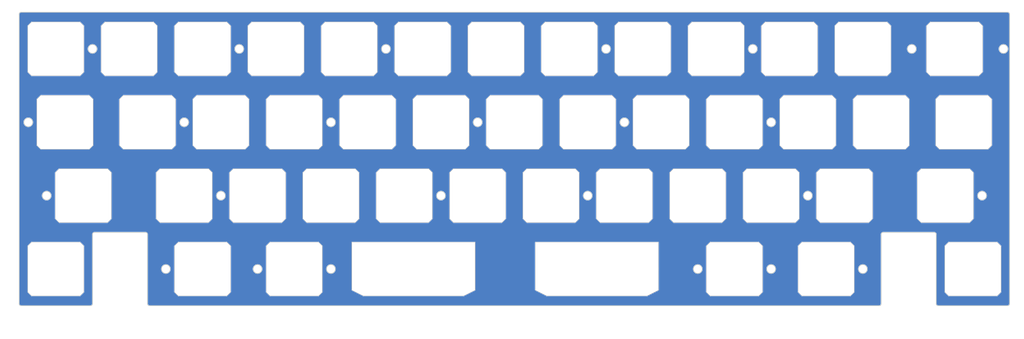
<source format=kicad_pcb>
(kicad_pcb (version 20221018) (generator pcbnew)
  (layers (0 "F.Cu" signal) (31 "B.Cu" signal) (34 "B.Paste" user) (35 "F.Paste" user) (36 "B.SilkS" user "B.Silkscreen") (37 "F.SilkS" user "F.Silkscreen") (38 "B.Mask" user) (39 "F.Mask" user) (44 "Edge.Cuts" user))
  (net 0 "")
  (net 1 "GND")
  (footprint "cipulot_parts:ecs_plate_cut_1U" (layer "F.Cu") (at 26.9875 91.28125)
    (fp_text reference "REF**")
    (fp_text value "Value " hide)
    (fp_line (start -7.3 -6) (end -7.3 6) (stroke (width 0.12)) (layer "Edge.Cuts"))
    (fp_line (start -7.3 6) (end -6.3 7) (stroke (width 0.12)) (layer "Edge.Cuts"))
    (fp_line (start -6.3 -7) (end -7.3 -6) (stroke (width 0.12)) (layer "Edge.Cuts"))
    (fp_line (start -6.3 7) (end 6.3 7) (stroke (width 0.12)) (layer "Edge.Cuts"))
    (fp_line (start 6.3 -7) (end -6.3 -7) (stroke (width 0.12)) (layer "Edge.Cuts"))
    (fp_line (start 6.3 -7) (end 7.3 -6) (stroke (width 0.12)) (layer "Edge.Cuts"))
    (fp_line (start 6.3 7) (end 7.3 6) (stroke (width 0.12)) (layer "Edge.Cuts"))
    (fp_line (start 7.3 6) (end 7.3 -6) (stroke (width 0.12)) (layer "Edge.Cuts"))
  )
  (footprint "cipulot_parts:ecs_plate_cut_1U" (layer "F.Cu") (at 136.525 72.23125)
    (fp_text reference "REF**")
    (fp_text value "Value " hide)
    (fp_line (start -7.3 -6) (end -7.3 6) (stroke (width 0.12)) (layer "Edge.Cuts"))
    (fp_line (start -7.3 6) (end -6.3 7) (stroke (width 0.12)) (layer "Edge.Cuts"))
    (fp_line (start -6.3 -7) (end -7.3 -6) (stroke (width 0.12)) (layer "Edge.Cuts"))
    (fp_line (start -6.3 7) (end 6.3 7) (stroke (width 0.12)) (layer "Edge.Cuts"))
    (fp_line (start 6.3 -7) (end -6.3 -7) (stroke (width 0.12)) (layer "Edge.Cuts"))
    (fp_line (start 6.3 -7) (end 7.3 -6) (stroke (width 0.12)) (layer "Edge.Cuts"))
    (fp_line (start 6.3 7) (end 7.3 6) (stroke (width 0.12)) (layer "Edge.Cuts"))
    (fp_line (start 7.3 6) (end 7.3 -6) (stroke (width 0.12)) (layer "Edge.Cuts"))
  )
  (footprint "cipulot_parts:ecs_plate_cut_1U" (layer "F.Cu") (at 262.73125 53.18125)
    (fp_text reference "REF**")
    (fp_text value "Value " hide)
    (fp_line (start -7.3 -6) (end -7.3 6) (stroke (width 0.12)) (layer "Edge.Cuts"))
    (fp_line (start -7.3 6) (end -6.3 7) (stroke (width 0.12)) (layer "Edge.Cuts"))
    (fp_line (start -6.3 -7) (end -7.3 -6) (stroke (width 0.12)) (layer "Edge.Cuts"))
    (fp_line (start -6.3 7) (end 6.3 7) (stroke (width 0.12)) (layer "Edge.Cuts"))
    (fp_line (start 6.3 -7) (end -6.3 -7) (stroke (width 0.12)) (layer "Edge.Cuts"))
    (fp_line (start 6.3 -7) (end 7.3 -6) (stroke (width 0.12)) (layer "Edge.Cuts"))
    (fp_line (start 6.3 7) (end 7.3 6) (stroke (width 0.12)) (layer "Edge.Cuts"))
    (fp_line (start 7.3 6) (end 7.3 -6) (stroke (width 0.12)) (layer "Edge.Cuts"))
  )
  (footprint "cipulot_parts:ecs_plate_cut_1U" (layer "F.Cu") (at 146.05 53.18125)
    (fp_text reference "REF**")
    (fp_text value "Value " hide)
    (fp_line (start -7.3 -6) (end -7.3 6) (stroke (width 0.12)) (layer "Edge.Cuts"))
    (fp_line (start -7.3 6) (end -6.3 7) (stroke (width 0.12)) (layer "Edge.Cuts"))
    (fp_line (start -6.3 -7) (end -7.3 -6) (stroke (width 0.12)) (layer "Edge.Cuts"))
    (fp_line (start -6.3 7) (end 6.3 7) (stroke (width 0.12)) (layer "Edge.Cuts"))
    (fp_line (start 6.3 -7) (end -6.3 -7) (stroke (width 0.12)) (layer "Edge.Cuts"))
    (fp_line (start 6.3 -7) (end 7.3 -6) (stroke (width 0.12)) (layer "Edge.Cuts"))
    (fp_line (start 6.3 7) (end 7.3 6) (stroke (width 0.12)) (layer "Edge.Cuts"))
    (fp_line (start 7.3 6) (end 7.3 -6) (stroke (width 0.12)) (layer "Edge.Cuts"))
  )
  (footprint "cipulot_parts:ecs_plate_cut_1U" (layer "F.Cu") (at 88.9 91.28125)
    (fp_text reference "REF**")
    (fp_text value "Value " hide)
    (fp_line (start -7.3 -6) (end -7.3 6) (stroke (width 0.12)) (layer "Edge.Cuts"))
    (fp_line (start -7.3 6) (end -6.3 7) (stroke (width 0.12)) (layer "Edge.Cuts"))
    (fp_line (start -6.3 -7) (end -7.3 -6) (stroke (width 0.12)) (layer "Edge.Cuts"))
    (fp_line (start -6.3 7) (end 6.3 7) (stroke (width 0.12)) (layer "Edge.Cuts"))
    (fp_line (start 6.3 -7) (end -6.3 -7) (stroke (width 0.12)) (layer "Edge.Cuts"))
    (fp_line (start 6.3 -7) (end 7.3 -6) (stroke (width 0.12)) (layer "Edge.Cuts"))
    (fp_line (start 6.3 7) (end 7.3 6) (stroke (width 0.12)) (layer "Edge.Cuts"))
    (fp_line (start 7.3 6) (end 7.3 -6) (stroke (width 0.12)) (layer "Edge.Cuts"))
  )
  (footprint "cipulot_parts:ecs_plate_cut_1U" (layer "F.Cu") (at 46.0375 34.13125)
    (fp_text reference "REF**")
    (fp_text value "Value " hide)
    (fp_line (start -7.3 -6) (end -7.3 6) (stroke (width 0.12)) (layer "Edge.Cuts"))
    (fp_line (start -7.3 6) (end -6.3 7) (stroke (width 0.12)) (layer "Edge.Cuts"))
    (fp_line (start -6.3 -7) (end -7.3 -6) (stroke (width 0.12)) (layer "Edge.Cuts"))
    (fp_line (start -6.3 7) (end 6.3 7) (stroke (width 0.12)) (layer "Edge.Cuts"))
    (fp_line (start 6.3 -7) (end -6.3 -7) (stroke (width 0.12)) (layer "Edge.Cuts"))
    (fp_line (start 6.3 -7) (end 7.3 -6) (stroke (width 0.12)) (layer "Edge.Cuts"))
    (fp_line (start 6.3 7) (end 7.3 6) (stroke (width 0.12)) (layer "Edge.Cuts"))
    (fp_line (start 7.3 6) (end 7.3 -6) (stroke (width 0.12)) (layer "Edge.Cuts"))
  )
  (footprint "cipulot_parts:ecs_plate_cut_1U" (layer "F.Cu") (at 79.375 72.23125)
    (fp_text reference "REF**")
    (fp_text value "Value " hide)
    (fp_line (start -7.3 -6) (end -7.3 6) (stroke (width 0.12)) (layer "Edge.Cuts"))
    (fp_line (start -7.3 6) (end -6.3 7) (stroke (width 0.12)) (layer "Edge.Cuts"))
    (fp_line (start -6.3 -7) (end -7.3 -6) (stroke (width 0.12)) (layer "Edge.Cuts"))
    (fp_line (start -6.3 7) (end 6.3 7) (stroke (width 0.12)) (layer "Edge.Cuts"))
    (fp_line (start 6.3 -7) (end -6.3 -7) (stroke (width 0.12)) (layer "Edge.Cuts"))
    (fp_line (start 6.3 -7) (end 7.3 -6) (stroke (width 0.12)) (layer "Edge.Cuts"))
    (fp_line (start 6.3 7) (end 7.3 6) (stroke (width 0.12)) (layer "Edge.Cuts"))
    (fp_line (start 7.3 6) (end 7.3 -6) (stroke (width 0.12)) (layer "Edge.Cuts"))
  )
  (footprint "cipulot_parts:ecs_plate_cut_1U" (layer "F.Cu") (at 88.9 53.18125)
    (fp_text reference "REF**")
    (fp_text value "Value " hide)
    (fp_line (start -7.3 -6) (end -7.3 6) (stroke (width 0.12)) (layer "Edge.Cuts"))
    (fp_line (start -7.3 6) (end -6.3 7) (stroke (width 0.12)) (layer "Edge.Cuts"))
    (fp_line (start -6.3 -7) (end -7.3 -6) (stroke (width 0.12)) (layer "Edge.Cuts"))
    (fp_line (start -6.3 7) (end 6.3 7) (stroke (width 0.12)) (layer "Edge.Cuts"))
    (fp_line (start 6.3 -7) (end -6.3 -7) (stroke (width 0.12)) (layer "Edge.Cuts"))
    (fp_line (start 6.3 -7) (end 7.3 -6) (stroke (width 0.12)) (layer "Edge.Cuts"))
    (fp_line (start 6.3 7) (end 7.3 6) (stroke (width 0.12)) (layer "Edge.Cuts"))
    (fp_line (start 7.3 6) (end 7.3 -6) (stroke (width 0.12)) (layer "Edge.Cuts"))
  )
  (footprint "cipulot_parts:ecs_plate_cut_1U" (layer "F.Cu") (at 260.35 34.13125)
    (fp_text reference "REF**")
    (fp_text value "Value " hide)
    (fp_line (start -7.3 -6) (end -7.3 6) (stroke (width 0.12)) (layer "Edge.Cuts"))
    (fp_line (start -7.3 6) (end -6.3 7) (stroke (width 0.12)) (layer "Edge.Cuts"))
    (fp_line (start -6.3 -7) (end -7.3 -6) (stroke (width 0.12)) (layer "Edge.Cuts"))
    (fp_line (start -6.3 7) (end 6.3 7) (stroke (width 0.12)) (layer "Edge.Cuts"))
    (fp_line (start 6.3 -7) (end -6.3 -7) (stroke (width 0.12)) (layer "Edge.Cuts"))
    (fp_line (start 6.3 -7) (end 7.3 -6) (stroke (width 0.12)) (layer "Edge.Cuts"))
    (fp_line (start 6.3 7) (end 7.3 6) (stroke (width 0.12)) (layer "Edge.Cuts"))
    (fp_line (start 7.3 6) (end 7.3 -6) (stroke (width 0.12)) (layer "Edge.Cuts"))
  )
  (footprint "cipulot_parts:ecs_plate_cut_1U" (layer "F.Cu") (at 127 53.18125)
    (fp_text reference "REF**")
    (fp_text value "Value " hide)
    (fp_line (start -7.3 -6) (end -7.3 6) (stroke (width 0.12)) (layer "Edge.Cuts"))
    (fp_line (start -7.3 6) (end -6.3 7) (stroke (width 0.12)) (layer "Edge.Cuts"))
    (fp_line (start -6.3 -7) (end -7.3 -6) (stroke (width 0.12)) (layer "Edge.Cuts"))
    (fp_line (start -6.3 7) (end 6.3 7) (stroke (width 0.12)) (layer "Edge.Cuts"))
    (fp_line (start 6.3 -7) (end -6.3 -7) (stroke (width 0.12)) (layer "Edge.Cuts"))
    (fp_line (start 6.3 -7) (end 7.3 -6) (stroke (width 0.12)) (layer "Edge.Cuts"))
    (fp_line (start 6.3 7) (end 7.3 6) (stroke (width 0.12)) (layer "Edge.Cuts"))
    (fp_line (start 7.3 6) (end 7.3 -6) (stroke (width 0.12)) (layer "Edge.Cuts"))
  )
  (footprint "cipulot_parts:ecs_plate_cut_1U" (layer "F.Cu") (at 198.4375 34.13125)
    (fp_text reference "REF**")
    (fp_text value "Value " hide)
    (fp_line (start -7.3 -6) (end -7.3 6) (stroke (width 0.12)) (layer "Edge.Cuts"))
    (fp_line (start -7.3 6) (end -6.3 7) (stroke (width 0.12)) (layer "Edge.Cuts"))
    (fp_line (start -6.3 -7) (end -7.3 -6) (stroke (width 0.12)) (layer "Edge.Cuts"))
    (fp_line (start -6.3 7) (end 6.3 7) (stroke (width 0.12)) (layer "Edge.Cuts"))
    (fp_line (start 6.3 -7) (end -6.3 -7) (stroke (width 0.12)) (layer "Edge.Cuts"))
    (fp_line (start 6.3 -7) (end 7.3 -6) (stroke (width 0.12)) (layer "Edge.Cuts"))
    (fp_line (start 6.3 7) (end 7.3 6) (stroke (width 0.12)) (layer "Edge.Cuts"))
    (fp_line (start 7.3 6) (end 7.3 -6) (stroke (width 0.12)) (layer "Edge.Cuts"))
  )
  (footprint "cipulot_parts:ecs_plate_cut_1U" (layer "F.Cu") (at 203.2 53.18125)
    (fp_text reference "REF**")
    (fp_text value "Value " hide)
    (fp_line (start -7.3 -6) (end -7.3 6) (stroke (width 0.12)) (layer "Edge.Cuts"))
    (fp_line (start -7.3 6) (end -6.3 7) (stroke (width 0.12)) (layer "Edge.Cuts"))
    (fp_line (start -6.3 -7) (end -7.3 -6) (stroke (width 0.12)) (layer "Edge.Cuts"))
    (fp_line (start -6.3 7) (end 6.3 7) (stroke (width 0.12)) (layer "Edge.Cuts"))
    (fp_line (start 6.3 -7) (end -6.3 -7) (stroke (width 0.12)) (layer "Edge.Cuts"))
    (fp_line (start 6.3 -7) (end 7.3 -6) (stroke (width 0.12)) (layer "Edge.Cuts"))
    (fp_line (start 6.3 7) (end 7.3 6) (stroke (width 0.12)) (layer "Edge.Cuts"))
    (fp_line (start 7.3 6) (end 7.3 -6) (stroke (width 0.12)) (layer "Edge.Cuts"))
  )
  (footprint "cipulot_parts:ecs_plate_cut_1U" (layer "F.Cu") (at 165.1 53.18125)
    (fp_text reference "REF**")
    (fp_text value "Value " hide)
    (fp_line (start -7.3 -6) (end -7.3 6) (stroke (width 0.12)) (layer "Edge.Cuts"))
    (fp_line (start -7.3 6) (end -6.3 7) (stroke (width 0.12)) (layer "Edge.Cuts"))
    (fp_line (start -6.3 -7) (end -7.3 -6) (stroke (width 0.12)) (layer "Edge.Cuts"))
    (fp_line (start -6.3 7) (end 6.3 7) (stroke (width 0.12)) (layer "Edge.Cuts"))
    (fp_line (start 6.3 -7) (end -6.3 -7) (stroke (width 0.12)) (layer "Edge.Cuts"))
    (fp_line (start 6.3 -7) (end 7.3 -6) (stroke (width 0.12)) (layer "Edge.Cuts"))
    (fp_line (start 6.3 7) (end 7.3 6) (stroke (width 0.12)) (layer "Edge.Cuts"))
    (fp_line (start 7.3 6) (end 7.3 -6) (stroke (width 0.12)) (layer "Edge.Cuts"))
  )
  (footprint "cipulot_parts:ecs_plate_cut_1U" (layer "F.Cu") (at 217.4875 34.13125)
    (fp_text reference "REF**")
    (fp_text value "Value " hide)
    (fp_line (start -7.3 -6) (end -7.3 6) (stroke (width 0.12)) (layer "Edge.Cuts"))
    (fp_line (start -7.3 6) (end -6.3 7) (stroke (width 0.12)) (layer "Edge.Cuts"))
    (fp_line (start -6.3 -7) (end -7.3 -6) (stroke (width 0.12)) (layer "Edge.Cuts"))
    (fp_line (start -6.3 7) (end 6.3 7) (stroke (width 0.12)) (layer "Edge.Cuts"))
    (fp_line (start 6.3 -7) (end -6.3 -7) (stroke (width 0.12)) (layer "Edge.Cuts"))
    (fp_line (start 6.3 -7) (end 7.3 -6) (stroke (width 0.12)) (layer "Edge.Cuts"))
    (fp_line (start 6.3 7) (end 7.3 6) (stroke (width 0.12)) (layer "Edge.Cuts"))
    (fp_line (start 7.3 6) (end 7.3 -6) (stroke (width 0.12)) (layer "Edge.Cuts"))
  )
  (footprint "cipulot_parts:ecs_plate_cut_1U" (layer "F.Cu") (at 117.475 72.23125)
    (fp_text reference "REF**")
    (fp_text value "Value " hide)
    (fp_line (start -7.3 -6) (end -7.3 6) (stroke (width 0.12)) (layer "Edge.Cuts"))
    (fp_line (start -7.3 6) (end -6.3 7) (stroke (width 0.12)) (layer "Edge.Cuts"))
    (fp_line (start -6.3 -7) (end -7.3 -6) (stroke (width 0.12)) (layer "Edge.Cuts"))
    (fp_line (start -6.3 7) (end 6.3 7) (stroke (width 0.12)) (layer "Edge.Cuts"))
    (fp_line (start 6.3 -7) (end -6.3 -7) (stroke (width 0.12)) (layer "Edge.Cuts"))
    (fp_line (start 6.3 -7) (end 7.3 -6) (stroke (width 0.12)) (layer "Edge.Cuts"))
    (fp_line (start 6.3 7) (end 7.3 6) (stroke (width 0.12)) (layer "Edge.Cuts"))
    (fp_line (start 7.3 6) (end 7.3 -6) (stroke (width 0.12)) (layer "Edge.Cuts"))
  )
  (footprint "cipulot_parts:ecs_plate_cut_1U" (layer "F.Cu") (at 84.137501 34.13125)
    (fp_text reference "REF**")
    (fp_text value "Value " hide)
    (fp_line (start -7.3 -6) (end -7.3 6) (stroke (width 0.12)) (layer "Edge.Cuts"))
    (fp_line (start -7.3 6) (end -6.3 7) (stroke (width 0.12)) (layer "Edge.Cuts"))
    (fp_line (start -6.3 -7) (end -7.3 -6) (stroke (width 0.12)) (layer "Edge.Cuts"))
    (fp_line (start -6.3 7) (end 6.3 7) (stroke (width 0.12)) (layer "Edge.Cuts"))
    (fp_line (start 6.3 -7) (end -6.3 -7) (stroke (width 0.12)) (layer "Edge.Cuts"))
    (fp_line (start 6.3 -7) (end 7.3 -6) (stroke (width 0.12)) (layer "Edge.Cuts"))
    (fp_line (start 6.3 7) (end 7.3 6) (stroke (width 0.12)) (layer "Edge.Cuts"))
    (fp_line (start 7.3 6) (end 7.3 -6) (stroke (width 0.12)) (layer "Edge.Cuts"))
  )
  (footprint "cipulot_parts:ecs_plate_cut_1U" (layer "F.Cu") (at 203.2 91.28125)
    (fp_text reference "REF**")
    (fp_text value "Value " hide)
    (fp_line (start -7.3 -6) (end -7.3 6) (stroke (width 0.12)) (layer "Edge.Cuts"))
    (fp_line (start -7.3 6) (end -6.3 7) (stroke (width 0.12)) (layer "Edge.Cuts"))
    (fp_line (start -6.3 -7) (end -7.3 -6) (stroke (width 0.12)) (layer "Edge.Cuts"))
    (fp_line (start -6.3 7) (end 6.3 7) (stroke (width 0.12)) (layer "Edge.Cuts"))
    (fp_line (start 6.3 -7) (end -6.3 -7) (stroke (width 0.12)) (layer "Edge.Cuts"))
    (fp_line (start 6.3 -7) (end 7.3 -6) (stroke (width 0.12)) (layer "Edge.Cuts"))
    (fp_line (start 6.3 7) (end 7.3 6) (stroke (width 0.12)) (layer "Edge.Cuts"))
    (fp_line (start 7.3 6) (end 7.3 -6) (stroke (width 0.12)) (layer "Edge.Cuts"))
  )
  (footprint "cipulot_parts:ecs_plate_cut_1U" (layer "F.Cu") (at 34.13125 72.23125)
    (fp_text reference "REF**")
    (fp_text value "Value " hide)
    (fp_line (start -7.3 -6) (end -7.3 6) (stroke (width 0.12)) (layer "Edge.Cuts"))
    (fp_line (start -7.3 6) (end -6.3 7) (stroke (width 0.12)) (layer "Edge.Cuts"))
    (fp_line (start -6.3 -7) (end -7.3 -6) (stroke (width 0.12)) (layer "Edge.Cuts"))
    (fp_line (start -6.3 7) (end 6.3 7) (stroke (width 0.12)) (layer "Edge.Cuts"))
    (fp_line (start 6.3 -7) (end -6.3 -7) (stroke (width 0.12)) (layer "Edge.Cuts"))
    (fp_line (start 6.3 -7) (end 7.3 -6) (stroke (width 0.12)) (layer "Edge.Cuts"))
    (fp_line (start 6.3 7) (end 7.3 6) (stroke (width 0.12)) (layer "Edge.Cuts"))
    (fp_line (start 7.3 6) (end 7.3 -6) (stroke (width 0.12)) (layer "Edge.Cuts"))
  )
  (footprint "cipulot_parts:ecs_plate_cut_1U" (layer "F.Cu") (at 155.575 72.23125)
    (fp_text reference "REF**")
    (fp_text value "Value " hide)
    (fp_line (start -7.3 -6) (end -7.3 6) (stroke (width 0.12)) (layer "Edge.Cuts"))
    (fp_line (start -7.3 6) (end -6.3 7) (stroke (width 0.12)) (layer "Edge.Cuts"))
    (fp_line (start -6.3 -7) (end -7.3 -6) (stroke (width 0.12)) (layer "Edge.Cuts"))
    (fp_line (start -6.3 7) (end 6.3 7) (stroke (width 0.12)) (layer "Edge.Cuts"))
    (fp_line (start 6.3 -7) (end -6.3 -7) (stroke (width 0.12)) (layer "Edge.Cuts"))
    (fp_line (start 6.3 -7) (end 7.3 -6) (stroke (width 0.12)) (layer "Edge.Cuts"))
    (fp_line (start 6.3 7) (end 7.3 6) (stroke (width 0.12)) (layer "Edge.Cuts"))
    (fp_line (start 7.3 6) (end 7.3 -6) (stroke (width 0.12)) (layer "Edge.Cuts"))
  )
  (footprint "cipulot_parts:ecs_plate_cut_1U" (layer "F.Cu") (at 60.325 72.23125)
    (fp_text reference "REF**")
    (fp_text value "Value " hide)
    (fp_line (start -7.3 -6) (end -7.3 6) (stroke (width 0.12)) (layer "Edge.Cuts"))
    (fp_line (start -7.3 6) (end -6.3 7) (stroke (width 0.12)) (layer "Edge.Cuts"))
    (fp_line (start -6.3 -7) (end -7.3 -6) (stroke (width 0.12)) (layer "Edge.Cuts"))
    (fp_line (start -6.3 7) (end 6.3 7) (stroke (width 0.12)) (layer "Edge.Cuts"))
    (fp_line (start 6.3 -7) (end -6.3 -7) (stroke (width 0.12)) (layer "Edge.Cuts"))
    (fp_line (start 6.3 -7) (end 7.3 -6) (stroke (width 0.12)) (layer "Edge.Cuts"))
    (fp_line (start 6.3 7) (end 7.3 6) (stroke (width 0.12)) (layer "Edge.Cuts"))
    (fp_line (start 7.3 6) (end 7.3 -6) (stroke (width 0.12)) (layer "Edge.Cuts"))
  )
  (footprint "cipulot_parts:ecs_plate_cut_1U" (layer "F.Cu") (at 50.8 53.18125)
    (fp_text reference "REF**")
    (fp_text value "Value " hide)
    (fp_line (start -7.3 -6) (end -7.3 6) (stroke (width 0.12)) (layer "Edge.Cuts"))
    (fp_line (start -7.3 6) (end -6.3 7) (stroke (width 0.12)) (layer "Edge.Cuts"))
    (fp_line (start -6.3 -7) (end -7.3 -6) (stroke (width 0.12)) (layer "Edge.Cuts"))
    (fp_line (start -6.3 7) (end 6.3 7) (stroke (width 0.12)) (layer "Edge.Cuts"))
    (fp_line (start 6.3 -7) (end -6.3 -7) (stroke (width 0.12)) (layer "Edge.Cuts"))
    (fp_line (start 6.3 -7) (end 7.3 -6) (stroke (width 0.12)) (layer "Edge.Cuts"))
    (fp_line (start 6.3 7) (end 7.3 6) (stroke (width 0.12)) (layer "Edge.Cuts"))
    (fp_line (start 7.3 6) (end 7.3 -6) (stroke (width 0.12)) (layer "Edge.Cuts"))
  )
  (footprint "cipulot_parts:ecs_plate_cut_1U" (layer "F.Cu") (at 107.95 53.18125)
    (fp_text reference "REF**")
    (fp_text value "Value " hide)
    (fp_line (start -7.3 -6) (end -7.3 6) (stroke (width 0.12)) (layer "Edge.Cuts"))
    (fp_line (start -7.3 6) (end -6.3 7) (stroke (width 0.12)) (layer "Edge.Cuts"))
    (fp_line (start -6.3 -7) (end -7.3 -6) (stroke (width 0.12)) (layer "Edge.Cuts"))
    (fp_line (start -6.3 7) (end 6.3 7) (stroke (width 0.12)) (layer "Edge.Cuts"))
    (fp_line (start 6.3 -7) (end -6.3 -7) (stroke (width 0.12)) (layer "Edge.Cuts"))
    (fp_line (start 6.3 -7) (end 7.3 -6) (stroke (width 0.12)) (layer "Edge.Cuts"))
    (fp_line (start 6.3 7) (end 7.3 6) (stroke (width 0.12)) (layer "Edge.Cuts"))
    (fp_line (start 7.3 6) (end 7.3 -6) (stroke (width 0.12)) (layer "Edge.Cuts"))
  )
  (footprint "cipulot_parts:ecs_plate_cut_1U" (layer "F.Cu") (at 65.0875 34.13125)
    (fp_text reference "REF**")
    (fp_text value "Value " hide)
    (fp_line (start -7.3 -6) (end -7.3 6) (stroke (width 0.12)) (layer "Edge.Cuts"))
    (fp_line (start -7.3 6) (end -6.3 7) (stroke (width 0.12)) (layer "Edge.Cuts"))
    (fp_line (start -6.3 -7) (end -7.3 -6) (stroke (width 0.12)) (layer "Edge.Cuts"))
    (fp_line (start -6.3 7) (end 6.3 7) (stroke (width 0.12)) (layer "Edge.Cuts"))
    (fp_line (start 6.3 -7) (end -6.3 -7) (stroke (width 0.12)) (layer "Edge.Cuts"))
    (fp_line (start 6.3 -7) (end 7.3 -6) (stroke (width 0.12)) (layer "Edge.Cuts"))
    (fp_line (start 6.3 7) (end 7.3 6) (stroke (width 0.12)) (layer "Edge.Cuts"))
    (fp_line (start 7.3 6) (end 7.3 -6) (stroke (width 0.12)) (layer "Edge.Cuts"))
  )
  (footprint "cipulot_parts:ecs_plate_cut_1U" (layer "F.Cu") (at 141.2875 34.13125)
    (fp_text reference "REF**")
    (fp_text value "Value " hide)
    (fp_line (start -7.3 -6) (end -7.3 6) (stroke (width 0.12)) (layer "Edge.Cuts"))
    (fp_line (start -7.3 6) (end -6.3 7) (stroke (width 0.12)) (layer "Edge.Cuts"))
    (fp_line (start -6.3 -7) (end -7.3 -6) (stroke (width 0.12)) (layer "Edge.Cuts"))
    (fp_line (start -6.3 7) (end 6.3 7) (stroke (width 0.12)) (layer "Edge.Cuts"))
    (fp_line (start 6.3 -7) (end -6.3 -7) (stroke (width 0.12)) (layer "Edge.Cuts"))
    (fp_line (start 6.3 -7) (end 7.3 -6) (stroke (width 0.12)) (layer "Edge.Cuts"))
    (fp_line (start 6.3 7) (end 7.3 6) (stroke (width 0.12)) (layer "Edge.Cuts"))
    (fp_line (start 7.3 6) (end 7.3 -6) (stroke (width 0.12)) (layer "Edge.Cuts"))
  )
  (footprint "cipulot_parts:ecs_plate_cut_1U" (layer "F.Cu") (at 29.36875 53.18125)
    (fp_text reference "REF**")
    (fp_text value "Value " hide)
    (fp_line (start -7.3 -6) (end -7.3 6) (stroke (width 0.12)) (layer "Edge.Cuts"))
    (fp_line (start -7.3 6) (end -6.3 7) (stroke (width 0.12)) (layer "Edge.Cuts"))
    (fp_line (start -6.3 -7) (end -7.3 -6) (stroke (width 0.12)) (layer "Edge.Cuts"))
    (fp_line (start -6.3 7) (end 6.3 7) (stroke (width 0.12)) (layer "Edge.Cuts"))
    (fp_line (start 6.3 -7) (end -6.3 -7) (stroke (width 0.12)) (layer "Edge.Cuts"))
    (fp_line (start 6.3 -7) (end 7.3 -6) (stroke (width 0.12)) (layer "Edge.Cuts"))
    (fp_line (start 6.3 7) (end 7.3 6) (stroke (width 0.12)) (layer "Edge.Cuts"))
    (fp_line (start 7.3 6) (end 7.3 -6) (stroke (width 0.12)) (layer "Edge.Cuts"))
  )
  (footprint "cipulot_parts:ecs_plate_cut_1U" (layer "F.Cu") (at 160.3375 34.13125)
    (fp_text reference "REF**")
    (fp_text value "Value " hide)
    (fp_line (start -7.3 -6) (end -7.3 6) (stroke (width 0.12)) (layer "Edge.Cuts"))
    (fp_line (start -7.3 6) (end -6.3 7) (stroke (width 0.12)) (layer "Edge.Cuts"))
    (fp_line (start -6.3 -7) (end -7.3 -6) (stroke (width 0.12)) (layer "Edge.Cuts"))
    (fp_line (start -6.3 7) (end 6.3 7) (stroke (width 0.12)) (layer "Edge.Cuts"))
    (fp_line (start 6.3 -7) (end -6.3 -7) (stroke (width 0.12)) (layer "Edge.Cuts"))
    (fp_line (start 6.3 -7) (end 7.3 -6) (stroke (width 0.12)) (layer "Edge.Cuts"))
    (fp_line (start 6.3 7) (end 7.3 6) (stroke (width 0.12)) (layer "Edge.Cuts"))
    (fp_line (start 7.3 6) (end 7.3 -6) (stroke (width 0.12)) (layer "Edge.Cuts"))
  )
  (footprint "cipulot_parts:ecs_plate_cut_1U" (layer "F.Cu") (at 122.2375 34.13125)
    (fp_text reference "REF**")
    (fp_text value "Value " hide)
    (fp_line (start -7.3 -6) (end -7.3 6) (stroke (width 0.12)) (layer "Edge.Cuts"))
    (fp_line (start -7.3 6) (end -6.3 7) (stroke (width 0.12)) (layer "Edge.Cuts"))
    (fp_line (start -6.3 -7) (end -7.3 -6) (stroke (width 0.12)) (layer "Edge.Cuts"))
    (fp_line (start -6.3 7) (end 6.3 7) (stroke (width 0.12)) (layer "Edge.Cuts"))
    (fp_line (start 6.3 -7) (end -6.3 -7) (stroke (width 0.12)) (layer "Edge.Cuts"))
    (fp_line (start 6.3 -7) (end 7.3 -6) (stroke (width 0.12)) (layer "Edge.Cuts"))
    (fp_line (start 6.3 7) (end 7.3 6) (stroke (width 0.12)) (layer "Edge.Cuts"))
    (fp_line (start 7.3 6) (end 7.3 -6) (stroke (width 0.12)) (layer "Edge.Cuts"))
  )
  (footprint "cipulot_parts:ecs_plate_cut_1U" (layer "F.Cu") (at 212.725 72.23125)
    (fp_text reference "REF**")
    (fp_text value "Value " hide)
    (fp_line (start -7.3 -6) (end -7.3 6) (stroke (width 0.12)) (layer "Edge.Cuts"))
    (fp_line (start -7.3 6) (end -6.3 7) (stroke (width 0.12)) (layer "Edge.Cuts"))
    (fp_line (start -6.3 -7) (end -7.3 -6) (stroke (width 0.12)) (layer "Edge.Cuts"))
    (fp_line (start -6.3 7) (end 6.3 7) (stroke (width 0.12)) (layer "Edge.Cuts"))
    (fp_line (start 6.3 -7) (end -6.3 -7) (stroke (width 0.12)) (layer "Edge.Cuts"))
    (fp_line (start 6.3 -7) (end 7.3 -6) (stroke (width 0.12)) (layer "Edge.Cuts"))
    (fp_line (start 6.3 7) (end 7.3 6) (stroke (width 0.12)) (layer "Edge.Cuts"))
    (fp_line (start 7.3 6) (end 7.3 -6) (stroke (width 0.12)) (layer "Edge.Cuts"))
  )
  (footprint "cipulot_parts:ecs_plate_cut_1U" (layer "F.Cu") (at 257.96875 72.23125)
    (fp_text reference "REF**")
    (fp_text value "Value " hide)
    (fp_line (start -7.3 -6) (end -7.3 6) (stroke (width 0.12)) (layer "Edge.Cuts"))
    (fp_line (start -7.3 6) (end -6.3 7) (stroke (width 0.12)) (layer "Edge.Cuts"))
    (fp_line (start -6.3 -7) (end -7.3 -6) (stroke (width 0.12)) (layer "Edge.Cuts"))
    (fp_line (start -6.3 7) (end 6.3 7) (stroke (width 0.12)) (layer "Edge.Cuts"))
    (fp_line (start 6.3 -7) (end -6.3 -7) (stroke (width 0.12)) (layer "Edge.Cuts"))
    (fp_line (start 6.3 -7) (end 7.3 -6) (stroke (width 0.12)) (layer "Edge.Cuts"))
    (fp_line (start 6.3 7) (end 7.3 6) (stroke (width 0.12)) (layer "Edge.Cuts"))
    (fp_line (start 7.3 6) (end 7.3 -6) (stroke (width 0.12)) (layer "Edge.Cuts"))
  )
  (footprint "cipulot_parts:ecs_plate_cut_1U" (layer "F.Cu") (at 69.85 53.18125)
    (fp_text reference "REF**")
    (fp_text value "Value " hide)
    (fp_line (start -7.3 -6) (end -7.3 6) (stroke (width 0.12)) (layer "Edge.Cuts"))
    (fp_line (start -7.3 6) (end -6.3 7) (stroke (width 0.12)) (layer "Edge.Cuts"))
    (fp_line (start -6.3 -7) (end -7.3 -6) (stroke (width 0.12)) (layer "Edge.Cuts"))
    (fp_line (start -6.3 7) (end 6.3 7) (stroke (width 0.12)) (layer "Edge.Cuts"))
    (fp_line (start 6.3 -7) (end -6.3 -7) (stroke (width 0.12)) (layer "Edge.Cuts"))
    (fp_line (start 6.3 -7) (end 7.3 -6) (stroke (width 0.12)) (layer "Edge.Cuts"))
    (fp_line (start 6.3 7) (end 7.3 6) (stroke (width 0.12)) (layer "Edge.Cuts"))
    (fp_line (start 7.3 6) (end 7.3 -6) (stroke (width 0.12)) (layer "Edge.Cuts"))
  )
  (footprint "cipulot_parts:ecs_plate_cut_1U" (layer "F.Cu") (at 231.775 72.23125)
    (fp_text reference "REF**")
    (fp_text value "Value " hide)
    (fp_line (start -7.3 -6) (end -7.3 6) (stroke (width 0.12)) (layer "Edge.Cuts"))
    (fp_line (start -7.3 6) (end -6.3 7) (stroke (width 0.12)) (layer "Edge.Cuts"))
    (fp_line (start -6.3 -7) (end -7.3 -6) (stroke (width 0.12)) (layer "Edge.Cuts"))
    (fp_line (start -6.3 7) (end 6.3 7) (stroke (width 0.12)) (layer "Edge.Cuts"))
    (fp_line (start 6.3 -7) (end -6.3 -7) (stroke (width 0.12)) (layer "Edge.Cuts"))
    (fp_line (start 6.3 -7) (end 7.3 -6) (stroke (width 0.12)) (layer "Edge.Cuts"))
    (fp_line (start 6.3 7) (end 7.3 6) (stroke (width 0.12)) (layer "Edge.Cuts"))
    (fp_line (start 7.3 6) (end 7.3 -6) (stroke (width 0.12)) (layer "Edge.Cuts"))
  )
  (footprint "cipulot_parts:ecs_plate_cut_2U" (layer "F.Cu") (at 167.48125 91.28125)
    (fp_text reference "REF**")
    (fp_text value "Value " hide)
    (fp_line (start -16 -7) (end 16 -7) (stroke (width 0.12)) (layer "Edge.Cuts"))
    (fp_line (start -16 0) (end -16 -7) (stroke (width 0.12)) (layer "Edge.Cuts"))
    (fp_line (start -16 0) (end -16 5.5) (stroke (width 0.12)) (layer "Edge.Cuts"))
    (fp_line (start -16 5.5) (end -13 7) (stroke (width 0.12)) (layer "Edge.Cuts"))
    (fp_line (start 13 7) (end -13 7) (stroke (width 0.12)) (layer "Edge.Cuts"))
    (fp_line (start 16 -7) (end 16 0) (stroke (width 0.12)) (layer "Edge.Cuts"))
    (fp_line (start 16 0) (end 16 5.5) (stroke (width 0.12)) (layer "Edge.Cuts"))
    (fp_line (start 16 5.5) (end 13 7) (stroke (width 0.12)) (layer "Edge.Cuts"))
  )
  (footprint "cipulot_parts:ecs_plate_cut_1U" (layer "F.Cu") (at 174.625 72.23125)
    (fp_text reference "REF**")
    (fp_text value "Value " hide)
    (fp_line (start -7.3 -6) (end -7.3 6) (stroke (width 0.12)) (layer "Edge.Cuts"))
    (fp_line (start -7.3 6) (end -6.3 7) (stroke (width 0.12)) (layer "Edge.Cuts"))
    (fp_line (start -6.3 -7) (end -7.3 -6) (stroke (width 0.12)) (layer "Edge.Cuts"))
    (fp_line (start -6.3 7) (end 6.3 7) (stroke (width 0.12)) (layer "Edge.Cuts"))
    (fp_line (start 6.3 -7) (end -6.3 -7) (stroke (width 0.12)) (layer "Edge.Cuts"))
    (fp_line (start 6.3 -7) (end 7.3 -6) (stroke (width 0.12)) (layer "Edge.Cuts"))
    (fp_line (start 6.3 7) (end 7.3 6) (stroke (width 0.12)) (layer "Edge.Cuts"))
    (fp_line (start 7.3 6) (end 7.3 -6) (stroke (width 0.12)) (layer "Edge.Cuts"))
  )
  (footprint "cipulot_parts:ecs_plate_cut_1U" (layer "F.Cu") (at 98.425 72.23125)
    (fp_text reference "REF**")
    (fp_text value "Value " hide)
    (fp_line (start -7.3 -6) (end -7.3 6) (stroke (width 0.12)) (layer "Edge.Cuts"))
    (fp_line (start -7.3 6) (end -6.3 7) (stroke (width 0.12)) (layer "Edge.Cuts"))
    (fp_line (start -6.3 -7) (end -7.3 -6) (stroke (width 0.12)) (layer "Edge.Cuts"))
    (fp_line (start -6.3 7) (end 6.3 7) (stroke (width 0.12)) (layer "Edge.Cuts"))
    (fp_line (start 6.3 -7) (end -6.3 -7) (stroke (width 0.12)) (layer "Edge.Cuts"))
    (fp_line (start 6.3 -7) (end 7.3 -6) (stroke (width 0.12)) (layer "Edge.Cuts"))
    (fp_line (start 6.3 7) (end 7.3 6) (stroke (width 0.12)) (layer "Edge.Cuts"))
    (fp_line (start 7.3 6) (end 7.3 -6) (stroke (width 0.12)) (layer "Edge.Cuts"))
  )
  (footprint "cipulot_parts:ecs_plate_cut_1U" (layer "F.Cu") (at 222.25 53.18125)
    (fp_text reference "REF**")
    (fp_text value "Value " hide)
    (fp_line (start -7.3 -6) (end -7.3 6) (stroke (width 0.12)) (layer "Edge.Cuts"))
    (fp_line (start -7.3 6) (end -6.3 7) (stroke (width 0.12)) (layer "Edge.Cuts"))
    (fp_line (start -6.3 -7) (end -7.3 -6) (stroke (width 0.12)) (layer "Edge.Cuts"))
    (fp_line (start -6.3 7) (end 6.3 7) (stroke (width 0.12)) (layer "Edge.Cuts"))
    (fp_line (start 6.3 -7) (end -6.3 -7) (stroke (width 0.12)) (layer "Edge.Cuts"))
    (fp_line (start 6.3 -7) (end 7.3 -6) (stroke (width 0.12)) (layer "Edge.Cuts"))
    (fp_line (start 6.3 7) (end 7.3 6) (stroke (width 0.12)) (layer "Edge.Cuts"))
    (fp_line (start 7.3 6) (end 7.3 -6) (stroke (width 0.12)) (layer "Edge.Cuts"))
  )
  (footprint "cipulot_parts:ecs_plate_cut_1U" (layer "F.Cu") (at 236.5375 34.13125)
    (fp_text reference "REF**")
    (fp_text value "Value " hide)
    (fp_line (start -7.3 -6) (end -7.3 6) (stroke (width 0.12)) (layer "Edge.Cuts"))
    (fp_line (start -7.3 6) (end -6.3 7) (stroke (width 0.12)) (layer "Edge.Cuts"))
    (fp_line (start -6.3 -7) (end -7.3 -6) (stroke (width 0.12)) (layer "Edge.Cuts"))
    (fp_line (start -6.3 7) (end 6.3 7) (stroke (width 0.12)) (layer "Edge.Cuts"))
    (fp_line (start 6.3 -7) (end -6.3 -7) (stroke (width 0.12)) (layer "Edge.Cuts"))
    (fp_line (start 6.3 -7) (end 7.3 -6) (stroke (width 0.12)) (layer "Edge.Cuts"))
    (fp_line (start 6.3 7) (end 7.3 6) (stroke (width 0.12)) (layer "Edge.Cuts"))
    (fp_line (start 7.3 6) (end 7.3 -6) (stroke (width 0.12)) (layer "Edge.Cuts"))
  )
  (footprint "cipulot_parts:ecs_plate_cut_1U" (layer "F.Cu") (at 193.675 72.23125)
    (fp_text reference "REF**")
    (fp_text value "Value " hide)
    (fp_line (start -7.3 -6) (end -7.3 6) (stroke (width 0.12)) (layer "Edge.Cuts"))
    (fp_line (start -7.3 6) (end -6.3 7) (stroke (width 0.12)) (layer "Edge.Cuts"))
    (fp_line (start -6.3 -7) (end -7.3 -6) (stroke (width 0.12)) (layer "Edge.Cuts"))
    (fp_line (start -6.3 7) (end 6.3 7) (stroke (width 0.12)) (layer "Edge.Cuts"))
    (fp_line (start 6.3 -7) (end -6.3 -7) (stroke (width 0.12)) (layer "Edge.Cuts"))
    (fp_line (start 6.3 -7) (end 7.3 -6) (stroke (width 0.12)) (layer "Edge.Cuts"))
    (fp_line (start 6.3 7) (end 7.3 6) (stroke (width 0.12)) (layer "Edge.Cuts"))
    (fp_line (start 7.3 6) (end 7.3 -6) (stroke (width 0.12)) (layer "Edge.Cuts"))
  )
  (footprint "cipulot_parts:ecs_plate_cut_1U" (layer "F.Cu") (at 227.0125 91.28125)
    (fp_text reference "REF**")
    (fp_text value "Value " hide)
    (fp_line (start -7.3 -6) (end -7.3 6) (stroke (width 0.12)) (layer "Edge.Cuts"))
    (fp_line (start -7.3 6) (end -6.3 7) (stroke (width 0.12)) (layer "Edge.Cuts"))
    (fp_line (start -6.3 -7) (end -7.3 -6) (stroke (width 0.12)) (layer "Edge.Cuts"))
    (fp_line (start -6.3 7) (end 6.3 7) (stroke (width 0.12)) (layer "Edge.Cuts"))
    (fp_line (start 6.3 -7) (end -6.3 -7) (stroke (width 0.12)) (layer "Edge.Cuts"))
    (fp_line (start 6.3 -7) (end 7.3 -6) (stroke (width 0.12)) (layer "Edge.Cuts"))
    (fp_line (start 6.3 7) (end 7.3 6) (stroke (width 0.12)) (layer "Edge.Cuts"))
    (fp_line (start 7.3 6) (end 7.3 -6) (stroke (width 0.12)) (layer "Edge.Cuts"))
  )
  (footprint "cipulot_parts:ecs_plate_cut_1U" (layer "F.Cu") (at 103.1875 34.13125)
    (fp_text reference "REF**")
    (fp_text value "Value " hide)
    (fp_line (start -7.3 -6) (end -7.3 6) (stroke (width 0.12)) (layer "Edge.Cuts"))
    (fp_line (start -7.3 6) (end -6.3 7) (stroke (width 0.12)) (layer "Edge.Cuts"))
    (fp_line (start -6.3 -7) (end -7.3 -6) (stroke (width 0.12)) (layer "Edge.Cuts"))
    (fp_line (start -6.3 7) (end 6.3 7) (stroke (width 0.12)) (layer "Edge.Cuts"))
    (fp_line (start 6.3 -7) (end -6.3 -7) (stroke (width 0.12)) (layer "Edge.Cuts"))
    (fp_line (start 6.3 -7) (end 7.3 -6) (stroke (width 0.12)) (layer "Edge.Cuts"))
    (fp_line (start 6.3 7) (end 7.3 6) (stroke (width 0.12)) (layer "Edge.Cuts"))
    (fp_line (start 7.3 6) (end 7.3 -6) (stroke (width 0.12)) (layer "Edge.Cuts"))
  )
  (footprint "cipulot_parts:ecs_plate_cut_1U" (layer "F.Cu") (at 65.0875 91.28125)
    (fp_text reference "REF**")
    (fp_text value "Value " hide)
    (fp_line (start -7.3 -6) (end -7.3 6) (stroke (width 0.12)) (layer "Edge.Cuts"))
    (fp_line (start -7.3 6) (end -6.3 7) (stroke (width 0.12)) (layer "Edge.Cuts"))
    (fp_line (start -6.3 -7) (end -7.3 -6) (stroke (width 0.12)) (layer "Edge.Cuts"))
    (fp_line (start -6.3 7) (end 6.3 7) (stroke (width 0.12)) (layer "Edge.Cuts"))
    (fp_line (start 6.3 -7) (end -6.3 -7) (stroke (width 0.12)) (layer "Edge.Cuts"))
    (fp_line (start 6.3 -7) (end 7.3 -6) (stroke (width 0.12)) (layer "Edge.Cuts"))
    (fp_line (start 6.3 7) (end 7.3 6) (stroke (width 0.12)) (layer "Edge.Cuts"))
    (fp_line (start 7.3 6) (end 7.3 -6) (stroke (width 0.12)) (layer "Edge.Cuts"))
  )
  (footprint "cipulot_parts:ecs_plate_cut_1U" (layer "F.Cu") (at 184.15 53.18125)
    (fp_text reference "REF**")
    (fp_text value "Value " hide)
    (fp_line (start -7.3 -6) (end -7.3 6) (stroke (width 0.12)) (layer "Edge.Cuts"))
    (fp_line (start -7.3 6) (end -6.3 7) (stroke (width 0.12)) (layer "Edge.Cuts"))
    (fp_line (start -6.3 -7) (end -7.3 -6) (stroke (width 0.12)) (layer "Edge.Cuts"))
    (fp_line (start -6.3 7) (end 6.3 7) (stroke (width 0.12)) (layer "Edge.Cuts"))
    (fp_line (start 6.3 -7) (end -6.3 -7) (stroke (width 0.12)) (layer "Edge.Cuts"))
    (fp_line (start 6.3 -7) (end 7.3 -6) (stroke (width 0.12)) (layer "Edge.Cuts"))
    (fp_line (start 6.3 7) (end 7.3 6) (stroke (width 0.12)) (layer "Edge.Cuts"))
    (fp_line (start 7.3 6) (end 7.3 -6) (stroke (width 0.12)) (layer "Edge.Cuts"))
  )
  (footprint "cipulot_parts:ecs_plate_cut_1U" (layer "F.Cu") (at 179.3875 34.13125)
    (fp_text reference "REF**")
    (fp_text value "Value " hide)
    (fp_line (start -7.3 -6) (end -7.3 6) (stroke (width 0.12)) (layer "Edge.Cuts"))
    (fp_line (start -7.3 6) (end -6.3 7) (stroke (width 0.12)) (layer "Edge.Cuts"))
    (fp_line (start -6.3 -7) (end -7.3 -6) (stroke (width 0.12)) (layer "Edge.Cuts"))
    (fp_line (start -6.3 7) (end 6.3 7) (stroke (width 0.12)) (layer "Edge.Cuts"))
    (fp_line (start 6.3 -7) (end -6.3 -7) (stroke (width 0.12)) (layer "Edge.Cuts"))
    (fp_line (start 6.3 -7) (end 7.3 -6) (stroke (width 0.12)) (layer "Edge.Cuts"))
    (fp_line (start 6.3 7) (end 7.3 6) (stroke (width 0.12)) (layer "Edge.Cuts"))
    (fp_line (start 7.3 6) (end 7.3 -6) (stroke (width 0.12)) (layer "Edge.Cuts"))
  )
  (footprint "cipulot_parts:ecs_plate_cut_1U" (layer "F.Cu") (at 265.1125 91.28125)
    (fp_text reference "REF**")
    (fp_text value "Value " hide)
    (fp_line (start -7.3 -6) (end -7.3 6) (stroke (width 0.12)) (layer "Edge.Cuts"))
    (fp_line (start -7.3 6) (end -6.3 7) (stroke (width 0.12)) (layer "Edge.Cuts"))
    (fp_line (start -6.3 -7) (end -7.3 -6) (stroke (width 0.12)) (layer "Edge.Cuts"))
    (fp_line (start -6.3 7) (end 6.3 7) (stroke (width 0.12)) (layer "Edge.Cuts"))
    (fp_line (start 6.3 -7) (end -6.3 -7) (stroke (width 0.12)) (layer "Edge.Cuts"))
    (fp_line (start 6.3 -7) (end 7.3 -6) (stroke (width 0.12)) (layer "Edge.Cuts"))
    (fp_line (start 6.3 7) (end 7.3 6) (stroke (width 0.12)) (layer "Edge.Cuts"))
    (fp_line (start 7.3 6) (end 7.3 -6) (stroke (width 0.12)) (layer "Edge.Cuts"))
  )
  (footprint "cipulot_parts:ecs_plate_cut_1U" (layer "F.Cu") (at 241.3 53.18125)
    (fp_text reference "REF**")
    (fp_text value "Value " hide)
    (fp_line (start -7.3 -6) (end -7.3 6) (stroke (width 0.12)) (layer "Edge.Cuts"))
    (fp_line (start -7.3 6) (end -6.3 7) (stroke (width 0.12)) (layer "Edge.Cuts"))
    (fp_line (start -6.3 -7) (end -7.3 -6) (stroke (width 0.12)) (layer "Edge.Cuts"))
    (fp_line (start -6.3 7) (end 6.3 7) (stroke (width 0.12)) (layer "Edge.Cuts"))
    (fp_line (start 6.3 -7) (end -6.3 -7) (stroke (width 0.12)) (layer "Edge.Cuts"))
    (fp_line (start 6.3 -7) (end 7.3 -6) (stroke (width 0.12)) (layer "Edge.Cuts"))
    (fp_line (start 6.3 7) (end 7.3 6) (stroke (width 0.12)) (layer "Edge.Cuts"))
    (fp_line (start 7.3 6) (end 7.3 -6) (stroke (width 0.12)) (layer "Edge.Cuts"))
  )
  (footprint "cipulot_parts:ecs_plate_cut_1U" (layer "F.Cu") (at 26.9875 34.13125)
    (fp_text reference "REF**")
    (fp_text value "Value " hide)
    (fp_line (start -7.3 -6) (end -7.3 6) (stroke (width 0.12)) (layer "Edge.Cuts"))
    (fp_line (start -7.3 6) (end -6.3 7) (stroke (width 0.12)) (layer "Edge.Cuts"))
    (fp_line (start -6.3 -7) (end -7.3 -6) (stroke (width 0.12)) (layer "Edge.Cuts"))
    (fp_line (start -6.3 7) (end 6.3 7) (stroke (width 0.12)) (layer "Edge.Cuts"))
    (fp_line (start 6.3 -7) (end -6.3 -7) (stroke (width 0.12)) (layer "Edge.Cuts"))
    (fp_line (start 6.3 -7) (end 7.3 -6) (stroke (width 0.12)) (layer "Edge.Cuts"))
    (fp_line (start 6.3 7) (end 7.3 6) (stroke (width 0.12)) (layer "Edge.Cuts"))
    (fp_line (start 7.3 6) (end 7.3 -6) (stroke (width 0.12)) (layer "Edge.Cuts"))
  )
  (footprint "cipulot_parts:ecs_plate_cut_2U" (layer "F.Cu") (at 119.85625 91.28125)
    (fp_text reference "REF**")
    (fp_text value "Value " hide)
    (fp_line (start -16 -7) (end 16 -7) (stroke (width 0.12)) (layer "Edge.Cuts"))
    (fp_line (start -16 0) (end -16 -7) (stroke (width 0.12)) (layer "Edge.Cuts"))
    (fp_line (start -16 0) (end -16 5.5) (stroke (width 0.12)) (layer "Edge.Cuts"))
    (fp_line (start -16 5.5) (end -13 7) (stroke (width 0.12)) (layer "Edge.Cuts"))
    (fp_line (start 13 7) (end -13 7) (stroke (width 0.12)) (layer "Edge.Cuts"))
    (fp_line (start 16 -7) (end 16 0) (stroke (width 0.12)) (layer "Edge.Cuts"))
    (fp_line (start 16 0) (end 16 5.5) (stroke (width 0.12)) (layer "Edge.Cuts"))
    (fp_line (start 16 5.5) (end 13 7) (stroke (width 0.12)) (layer "Edge.Cuts"))
  )
  (gr_circle (center 24.60625 72.23125) (end 25.75625 72.23125) (stroke (width 0.2)) (fill none) (layer "Edge.Cuts"))
  (gr_arc (start 50.3 81.75625) (mid 50.653553 81.902697) (end 50.8 82.25625) (stroke (width 0.2)) (layer "Edge.Cuts"))
  (gr_circle (center 249.2375 34.13125) (end 250.3875 34.13125) (stroke (width 0.2)) (fill none) (layer "Edge.Cuts"))
  (gr_circle (center 169.8625 34.13125) (end 171.0125 34.13125) (stroke (width 0.2)) (fill none) (layer "Edge.Cuts"))
  (gr_arc (start 241.3 100.30625) (mid 241.153553 100.659803) (end 240.8 100.80625) (stroke (width 0.2)) (layer "Edge.Cuts"))
  (gr_arc (start 241.3 82.25625) (mid 241.446447 81.902697) (end 241.8 81.75625) (stroke (width 0.2)) (layer "Edge.Cuts"))
  (gr_line (start 17.4625 100.30625) (end 17.4625 25.10625) (stroke (width 0.2)) (layer "Edge.Cuts"))
  (gr_circle (center 79.375 91.28125) (end 80.525 91.28125) (stroke (width 0.2)) (fill none) (layer "Edge.Cuts"))
  (gr_line (start 50.3 81.75625) (end 37.0125 81.75625) (stroke (width 0.2)) (layer "Edge.Cuts"))
  (gr_line (start 241.3 82.25625) (end 241.3 100.30625) (stroke (width 0.2)) (layer "Edge.Cuts"))
  (gr_arc (start 17.9625 100.80625) (mid 17.608947 100.659803) (end 17.4625 100.30625) (stroke (width 0.2)) (layer "Edge.Cuts"))
  (gr_circle (center 60.325 53.18125) (end 61.475 53.18125) (stroke (width 0.2)) (fill none) (layer "Edge.Cuts"))
  (gr_arc (start 274.6375 100.30625) (mid 274.491053 100.659803) (end 274.1375 100.80625) (stroke (width 0.2)) (layer "Edge.Cuts"))
  (gr_circle (center 207.9625 34.13125) (end 209.1125 34.13125) (stroke (width 0.2)) (fill none) (layer "Edge.Cuts"))
  (gr_arc (start 274.1375 24.60625) (mid 274.491053 24.752697) (end 274.6375 25.10625) (stroke (width 0.2)) (layer "Edge.Cuts"))
  (gr_circle (center 193.675 91.285734) (end 194.825 91.285734) (stroke (width 0.2)) (fill none) (layer "Edge.Cuts"))
  (gr_circle (center 36.5125 34.13125) (end 37.6625 34.13125) (stroke (width 0.2)) (fill none) (layer "Edge.Cuts"))
  (gr_circle (center 212.725 53.18125) (end 213.875 53.18125) (stroke (width 0.2)) (fill none) (layer "Edge.Cuts"))
  (gr_circle (center 127 72.23125) (end 128.15 72.23125) (stroke (width 0.2)) (fill none) (layer "Edge.Cuts"))
  (gr_arc (start 255.0875 81.75625) (mid 255.441053 81.902697) (end 255.5875 82.25625) (stroke (width 0.2)) (layer "Edge.Cuts"))
  (gr_circle (center 165.1 72.23125) (end 166.25 72.23125) (stroke (width 0.2)) (fill none) (layer "Edge.Cuts"))
  (gr_line (start 240.8 100.80625) (end 51.3 100.80625) (stroke (width 0.2)) (layer "Edge.Cuts"))
  (gr_line (start 274.1375 100.80625) (end 256.0875 100.80625) (stroke (width 0.2)) (layer "Edge.Cuts"))
  (gr_arc (start 51.3 100.80625) (mid 50.946447 100.659803) (end 50.8 100.30625) (stroke (width 0.2)) (layer "Edge.Cuts"))
  (gr_line (start 255.0875 81.75625) (end 241.8 81.75625) (stroke (width 0.2)) (layer "Edge.Cuts"))
  (gr_line (start 36.0125 100.80625) (end 17.9625 100.80625) (stroke (width 0.2)) (layer "Edge.Cuts"))
  (gr_circle (center 222.25 72.23125) (end 223.4 72.23125) (stroke (width 0.2)) (fill none) (layer "Edge.Cuts"))
  (gr_line (start 50.8 100.30625) (end 50.8 82.25625) (stroke (width 0.2)) (layer "Edge.Cuts"))
  (gr_circle (center 98.425 91.28125) (end 99.575 91.28125) (stroke (width 0.2)) (fill none) (layer "Edge.Cuts"))
  (gr_circle (center 69.85 72.23125) (end 71 72.23125) (stroke (width 0.2)) (fill none) (layer "Edge.Cuts"))
  (gr_line (start 255.5875 100.30625) (end 255.5875 82.25625) (stroke (width 0.2)) (layer "Edge.Cuts"))
  (gr_circle (center 74.6125 34.13125) (end 75.7625 34.13125) (stroke (width 0.2)) (fill none) (layer "Edge.Cuts"))
  (gr_circle (center 98.425 53.18125) (end 99.575 53.18125) (stroke (width 0.2)) (fill none) (layer "Edge.Cuts"))
  (gr_arc (start 256.0875 100.80625) (mid 255.733947 100.659803) (end 255.5875 100.30625) (stroke (width 0.2)) (layer "Edge.Cuts"))
  (gr_line (start 36.5125 82.25625) (end 36.5125 100.30625) (stroke (width 0.2)) (layer "Edge.Cuts"))
  (gr_circle (center 267.49375 72.23125) (end 268.64375 72.23125) (stroke (width 0.2)) (fill none) (layer "Edge.Cuts"))
  (gr_circle (center 273.05 34.13125) (end 274.2 34.13125) (stroke (width 0.2)) (fill none) (layer "Edge.Cuts"))
  (gr_line (start 17.9625 24.60625) (end 274.1375 24.60625) (stroke (width 0.2)) (layer "Edge.Cuts"))
  (gr_circle (center 112.7125 34.13125) (end 113.8625 34.13125) (stroke (width 0.2)) (fill none) (layer "Edge.Cuts"))
  (gr_circle (center 174.625 53.18125) (end 175.775 53.18125) (stroke (width 0.2)) (fill none) (layer "Edge.Cuts"))
  (gr_arc (start 17.4625 25.10625) (mid 17.608947 24.752697) (end 17.9625 24.60625) (stroke (width 0.2)) (layer "Edge.Cuts"))
  (gr_circle (center 236.5375 91.28125) (end 237.6875 91.28125) (stroke (width 0.2)) (fill none) (layer "Edge.Cuts"))
  (gr_circle (center 136.525 53.18125) (end 137.675 53.18125) (stroke (width 0.2)) (fill none) (layer "Edge.Cuts"))
  (gr_circle (center 19.84375 53.18125) (end 20.99375 53.18125) (stroke (width 0.2)) (fill none) (layer "Edge.Cuts"))
  (gr_circle (center 55.5625 91.28125) (end 56.7125 91.28125) (stroke (width 0.2)) (fill none) (layer "Edge.Cuts"))
  (gr_circle (center 212.725 91.28125) (end 213.875 91.28125) (stroke (width 0.2)) (fill none) (layer "Edge.Cuts"))
  (gr_arc (start 36.5125 82.25625) (mid 36.658947 81.902697) (end 37.0125 81.75625) (stroke (width 0.2)) (layer "Edge.Cuts"))
  (gr_line (start 274.6375 25.10625) (end 274.6375 100.30625) (stroke (width 0.2)) (layer "Edge.Cuts"))
  (gr_arc (start 36.5125 100.30625) (mid 36.366053 100.659803) (end 36.0125 100.80625) (stroke (width 0.2)) (layer "Edge.Cuts"))
  (zone (net 1) (net_name "GND") (layers "F&B.Cu") (connect_pads (clearance 0.5)) (min_thickness 0.25) (fill yes (thermal_gap 0.5) (thermal_bridge_width 0.5) (island_removal_mode 1) (island_area_min 10))
    (polygon (pts (xy 12.49375 21.43125) (xy 278.4 21.43125) (xy 278.4 109.5375) (xy 12.49375 108.74375)))
  )
)
</source>
